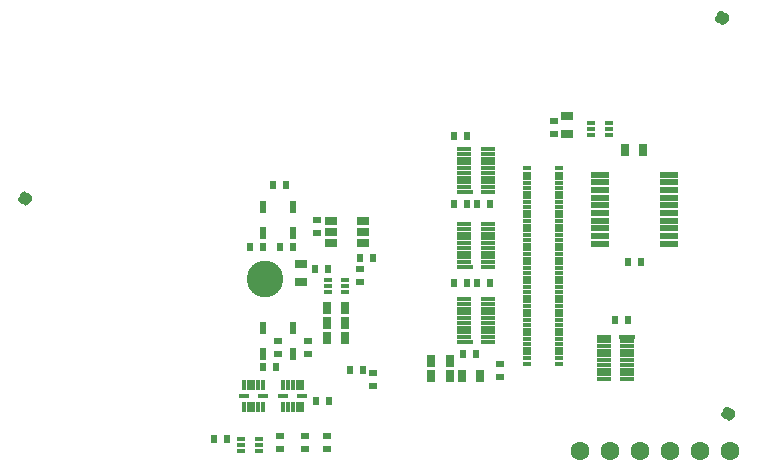
<source format=gbs>
G04*
G04 #@! TF.GenerationSoftware,Altium Limited,Altium Designer,22.6.1 (34)*
G04*
G04 Layer_Color=16711935*
%FSLAX24Y24*%
%MOIN*%
G70*
G04*
G04 #@! TF.SameCoordinates,BFD713BD-E5D5-4BF8-98F0-1AC20243F701*
G04*
G04*
G04 #@! TF.FilePolarity,Negative*
G04*
G01*
G75*
%ADD44C,0.0354*%
%ADD58R,0.0492X0.0118*%
%ADD59R,0.0531X0.0118*%
%ADD65R,0.0236X0.0276*%
%ADD69R,0.0276X0.0236*%
%ADD72R,0.0295X0.0433*%
%ADD74R,0.0394X0.0295*%
%ADD77C,0.0630*%
%ADD78C,0.1220*%
%ADD103R,0.0433X0.0276*%
%ADD104R,0.0299X0.0130*%
%ADD105R,0.0299X0.0177*%
%ADD106R,0.0217X0.0413*%
%ADD107R,0.0591X0.0197*%
%ADD108R,0.0354X0.0118*%
%ADD109R,0.0118X0.0354*%
%ADD110R,0.0295X0.0169*%
D44*
X23691Y14961D02*
G03*
X23691Y14961I-59J0D01*
G01*
X463Y8937D02*
G03*
X463Y8937I-59J0D01*
G01*
X23898Y1762D02*
G03*
X23898Y1762I-59J0D01*
G01*
D58*
X15817Y5581D02*
D03*
Y5423D02*
D03*
Y5266D02*
D03*
Y5108D02*
D03*
Y4951D02*
D03*
Y4793D02*
D03*
Y4636D02*
D03*
Y4478D02*
D03*
Y4321D02*
D03*
Y4163D02*
D03*
X15049Y4636D02*
D03*
Y4793D02*
D03*
Y4478D02*
D03*
Y4321D02*
D03*
Y4951D02*
D03*
Y5581D02*
D03*
Y5423D02*
D03*
Y5266D02*
D03*
Y5108D02*
D03*
X15817Y8081D02*
D03*
Y7923D02*
D03*
Y7766D02*
D03*
Y7608D02*
D03*
Y7451D02*
D03*
Y7293D02*
D03*
Y7136D02*
D03*
Y6978D02*
D03*
Y6821D02*
D03*
Y6663D02*
D03*
X15049Y7136D02*
D03*
Y7293D02*
D03*
Y6978D02*
D03*
Y6821D02*
D03*
Y7451D02*
D03*
Y8081D02*
D03*
Y7923D02*
D03*
Y7766D02*
D03*
Y7608D02*
D03*
X15817Y10581D02*
D03*
Y10423D02*
D03*
Y10266D02*
D03*
Y10108D02*
D03*
Y9951D02*
D03*
Y9793D02*
D03*
Y9636D02*
D03*
Y9478D02*
D03*
Y9321D02*
D03*
Y9163D02*
D03*
X15049Y9636D02*
D03*
Y9793D02*
D03*
Y9478D02*
D03*
Y9321D02*
D03*
Y9951D02*
D03*
Y10581D02*
D03*
Y10423D02*
D03*
Y10266D02*
D03*
Y10108D02*
D03*
X19707Y2919D02*
D03*
Y3077D02*
D03*
Y3234D02*
D03*
Y3392D02*
D03*
Y3549D02*
D03*
Y3707D02*
D03*
Y3864D02*
D03*
Y4022D02*
D03*
Y4179D02*
D03*
Y4337D02*
D03*
X20475Y3864D02*
D03*
Y3707D02*
D03*
Y4022D02*
D03*
Y4179D02*
D03*
Y3549D02*
D03*
Y2919D02*
D03*
Y3077D02*
D03*
Y3234D02*
D03*
Y3392D02*
D03*
D59*
X15069Y4163D02*
D03*
Y6663D02*
D03*
Y9163D02*
D03*
X20456Y4337D02*
D03*
D65*
X8671Y9390D02*
D03*
X9104D02*
D03*
X6713Y915D02*
D03*
X7146D02*
D03*
X8760Y3317D02*
D03*
X8327D02*
D03*
X10522Y2205D02*
D03*
X10089D02*
D03*
X10059Y6585D02*
D03*
X10492D02*
D03*
X20492Y4872D02*
D03*
X20059D02*
D03*
X14705Y11014D02*
D03*
X15138D02*
D03*
X15482Y8740D02*
D03*
X15915D02*
D03*
X15148Y8750D02*
D03*
X14715D02*
D03*
X15482Y6112D02*
D03*
X15915D02*
D03*
X14715D02*
D03*
X15148D02*
D03*
X15010Y3750D02*
D03*
X15443D02*
D03*
X20502Y6821D02*
D03*
X20935D02*
D03*
X11654Y3209D02*
D03*
X11220D02*
D03*
X11555Y6959D02*
D03*
X11988D02*
D03*
X8888Y7323D02*
D03*
X9321D02*
D03*
X7884Y7333D02*
D03*
X8317D02*
D03*
D69*
X18032Y11516D02*
D03*
Y11083D02*
D03*
X9724Y1024D02*
D03*
Y591D02*
D03*
X12008Y2697D02*
D03*
Y3130D02*
D03*
X10472Y1024D02*
D03*
Y591D02*
D03*
X16220Y3435D02*
D03*
Y3002D02*
D03*
X8888Y591D02*
D03*
Y1024D02*
D03*
X11555Y6594D02*
D03*
Y6161D02*
D03*
X10118Y8228D02*
D03*
Y7795D02*
D03*
X9823Y4203D02*
D03*
Y3770D02*
D03*
X8819Y4203D02*
D03*
Y3770D02*
D03*
D72*
X21014Y10561D02*
D03*
X20404D02*
D03*
X11083Y5295D02*
D03*
X10472D02*
D03*
X11083Y4783D02*
D03*
X10472D02*
D03*
X11083Y4272D02*
D03*
X10472D02*
D03*
X14557Y3012D02*
D03*
X13947D02*
D03*
X15571D02*
D03*
X14961D02*
D03*
X14557Y3514D02*
D03*
X13947D02*
D03*
D74*
X18465Y11683D02*
D03*
Y11073D02*
D03*
X9616Y6152D02*
D03*
Y6762D02*
D03*
D77*
X21894Y512D02*
D03*
X20894D02*
D03*
X23894D02*
D03*
X22894D02*
D03*
X19894D02*
D03*
X18894D02*
D03*
D78*
X8415Y6270D02*
D03*
D103*
X11682Y7820D02*
D03*
Y8194D02*
D03*
Y7446D02*
D03*
X10600Y7820D02*
D03*
Y8194D02*
D03*
Y7446D02*
D03*
D104*
X18211Y7717D02*
D03*
Y7559D02*
D03*
Y8031D02*
D03*
Y8189D02*
D03*
Y7874D02*
D03*
Y6772D02*
D03*
Y6929D02*
D03*
Y6614D02*
D03*
Y7244D02*
D03*
Y7402D02*
D03*
Y7087D02*
D03*
Y9291D02*
D03*
Y9449D02*
D03*
Y9134D02*
D03*
Y9764D02*
D03*
Y9606D02*
D03*
Y8504D02*
D03*
Y8661D02*
D03*
Y8346D02*
D03*
Y8976D02*
D03*
Y8819D02*
D03*
Y4409D02*
D03*
Y4567D02*
D03*
Y4252D02*
D03*
Y4882D02*
D03*
Y5039D02*
D03*
Y4724D02*
D03*
Y3622D02*
D03*
Y3780D02*
D03*
Y4094D02*
D03*
Y3937D02*
D03*
Y6142D02*
D03*
Y6299D02*
D03*
Y5984D02*
D03*
Y6457D02*
D03*
Y5354D02*
D03*
Y5512D02*
D03*
Y5197D02*
D03*
Y5827D02*
D03*
Y5669D02*
D03*
X17144Y7717D02*
D03*
Y7559D02*
D03*
Y8031D02*
D03*
Y8189D02*
D03*
Y7874D02*
D03*
Y6929D02*
D03*
Y7087D02*
D03*
Y6772D02*
D03*
Y7402D02*
D03*
Y7244D02*
D03*
Y9291D02*
D03*
Y9449D02*
D03*
Y9134D02*
D03*
Y9764D02*
D03*
Y9606D02*
D03*
Y8504D02*
D03*
Y8661D02*
D03*
Y8346D02*
D03*
Y8976D02*
D03*
Y8819D02*
D03*
Y4252D02*
D03*
Y4409D02*
D03*
Y4094D02*
D03*
Y4724D02*
D03*
Y4882D02*
D03*
Y4567D02*
D03*
Y3622D02*
D03*
Y3937D02*
D03*
Y3780D02*
D03*
Y5984D02*
D03*
Y6142D02*
D03*
Y5827D02*
D03*
Y6457D02*
D03*
Y6614D02*
D03*
Y6299D02*
D03*
Y5197D02*
D03*
Y5354D02*
D03*
Y5039D02*
D03*
Y5669D02*
D03*
Y5512D02*
D03*
D105*
X18211Y9951D02*
D03*
Y3435D02*
D03*
X17144Y9951D02*
D03*
Y3435D02*
D03*
D106*
X9321Y8652D02*
D03*
Y7805D02*
D03*
X8317Y4616D02*
D03*
Y3770D02*
D03*
X9321Y3770D02*
D03*
Y4616D02*
D03*
X8317Y8652D02*
D03*
Y7805D02*
D03*
D107*
X21880Y8967D02*
D03*
Y8711D02*
D03*
Y9222D02*
D03*
Y8199D02*
D03*
Y8455D02*
D03*
Y9734D02*
D03*
Y9478D02*
D03*
Y7943D02*
D03*
Y7431D02*
D03*
Y7687D02*
D03*
X19557Y8199D02*
D03*
Y8455D02*
D03*
Y9478D02*
D03*
Y9222D02*
D03*
Y9734D02*
D03*
Y8711D02*
D03*
Y8967D02*
D03*
Y7431D02*
D03*
Y7943D02*
D03*
Y7687D02*
D03*
D108*
X9646Y2352D02*
D03*
X9016D02*
D03*
X7697D02*
D03*
X8327D02*
D03*
D109*
X9488Y2726D02*
D03*
X9331D02*
D03*
X9646D02*
D03*
Y1978D02*
D03*
X9173D02*
D03*
X9488D02*
D03*
X9331D02*
D03*
X9173Y2726D02*
D03*
X9016D02*
D03*
Y1978D02*
D03*
X8327D02*
D03*
X8169D02*
D03*
X8012D02*
D03*
X7854D02*
D03*
X7697D02*
D03*
Y2726D02*
D03*
X7854D02*
D03*
X8012D02*
D03*
X8169D02*
D03*
X8327D02*
D03*
D110*
X11083Y6220D02*
D03*
Y6024D02*
D03*
Y5827D02*
D03*
X10492Y6024D02*
D03*
Y6220D02*
D03*
Y5827D02*
D03*
X7612Y915D02*
D03*
X8203D02*
D03*
Y719D02*
D03*
Y522D02*
D03*
X7612D02*
D03*
Y719D02*
D03*
X19272Y11063D02*
D03*
Y11260D02*
D03*
Y11457D02*
D03*
X19862D02*
D03*
Y11260D02*
D03*
Y11063D02*
D03*
M02*

</source>
